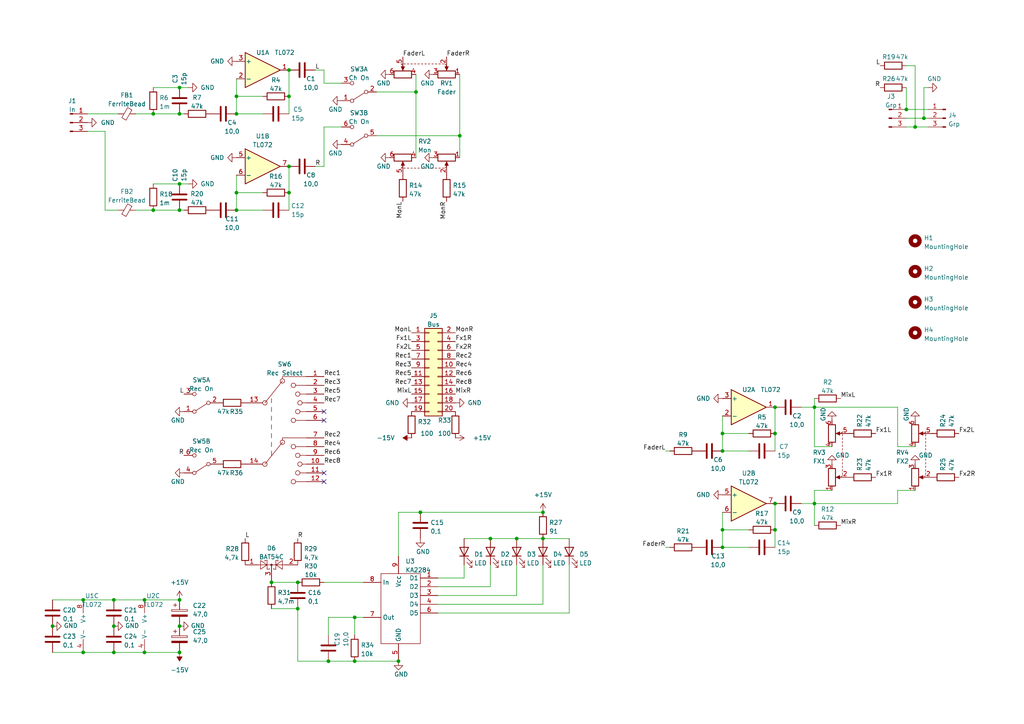
<source format=kicad_sch>
(kicad_sch (version 20211123) (generator eeschema)
  (paper "A4")
  (lib_symbols
    (symbol "Amplifier_Operational:TL072" (pin_names (offset 0.127))
      (property "Reference" "U" (at 0 5.08 0))
      (property "Value" "TL072" (at 0 -5.08 0))
      (symbol "TL072_1_1"
        (pin output line (at 7.62 0 180) (length 2.54) (name "~") (number "1"))
        (pin input line (at -7.62 -2.54 0) (length 2.54) (name "-") (number "2"))
        (pin input line (at -7.62 2.54 0) (length 2.54) (name "+") (number "3"))
      )
      (symbol "TL072_2_1"
        (pin input line (at -7.62 2.54 0) (length 2.54) (name "+") (number "5"))
        (pin input line (at -7.62 -2.54 0) (length 2.54) (name "-") (number "6"))
        (pin output line (at 7.62 0 180) (length 2.54) (name "~") (number "7"))
      )
      (symbol "TL072_3_1"
        (pin power_in line (at -2.54 -7.62 90) (length 3.81) (name "V-") (number "4"))
        (pin power_in line (at -2.54 7.62 270) (length 3.81) (name "V+") (number "8"))
      )
    )
    (symbol "Connector:Conn_01x03_Male" (pin_names (offset 1.016) hide)
      (property "Reference" "J" (at 0 5.08 0))
      (property "Value" "Conn_01x03_Male" (at 0 -5.08 0))
      (symbol "Conn_01x03_Male_1_1"
        (pin passive line (at 5.08 2.54 180) (length 3.81) (name "Pin_1") (number "1"))
        (pin passive line (at 5.08 0 180) (length 3.81) (name "Pin_2") (number "2"))
        (pin passive line (at 5.08 -2.54 180) (length 3.81) (name "Pin_3") (number "3"))
      )
    )
    (symbol "Connector_Generic:Conn_02x10_Odd_Even" (pin_names (offset 1.016) hide)
      (property "Reference" "J" (at 1.27 12.7 0))
      (property "Value" "Conn_02x10_Odd_Even" (at 1.27 -15.24 0))
      (symbol "Conn_02x10_Odd_Even_1_1"
        (pin passive line (at -5.08 10.16 0) (length 3.81) (name "Pin_1") (number "1"))
        (pin passive line (at 7.62 0 180) (length 3.81) (name "Pin_10") (number "10"))
        (pin passive line (at -5.08 -2.54 0) (length 3.81) (name "Pin_11") (number "11"))
        (pin passive line (at 7.62 -2.54 180) (length 3.81) (name "Pin_12") (number "12"))
        (pin passive line (at -5.08 -5.08 0) (length 3.81) (name "Pin_13") (number "13"))
        (pin passive line (at 7.62 -5.08 180) (length 3.81) (name "Pin_14") (number "14"))
        (pin passive line (at -5.08 -7.62 0) (length 3.81) (name "Pin_15") (number "15"))
        (pin passive line (at 7.62 -7.62 180) (length 3.81) (name "Pin_16") (number "16"))
        (pin passive line (at -5.08 -10.16 0) (length 3.81) (name "Pin_17") (number "17"))
        (pin passive line (at 7.62 -10.16 180) (length 3.81) (name "Pin_18") (number "18"))
        (pin passive line (at -5.08 -12.7 0) (length 3.81) (name "Pin_19") (number "19"))
        (pin passive line (at 7.62 10.16 180) (length 3.81) (name "Pin_2") (number "2"))
        (pin passive line (at 7.62 -12.7 180) (length 3.81) (name "Pin_20") (number "20"))
        (pin passive line (at -5.08 7.62 0) (length 3.81) (name "Pin_3") (number "3"))
        (pin passive line (at 7.62 7.62 180) (length 3.81) (name "Pin_4") (number "4"))
        (pin passive line (at -5.08 5.08 0) (length 3.81) (name "Pin_5") (number "5"))
        (pin passive line (at 7.62 5.08 180) (length 3.81) (name "Pin_6") (number "6"))
        (pin passive line (at -5.08 2.54 0) (length 3.81) (name "Pin_7") (number "7"))
        (pin passive line (at 7.62 2.54 180) (length 3.81) (name "Pin_8") (number "8"))
        (pin passive line (at -5.08 0 0) (length 3.81) (name "Pin_9") (number "9"))
      )
    )
    (symbol "Device:C" (pin_numbers hide) (pin_names (offset 0.254))
      (property "Reference" "C" (at 0.635 2.54 0))
      (property "Value" "C" (at 0.635 -2.54 0))
      (symbol "C_1_1"
        (pin passive line (at 0 3.81 270) (length 2.794) (name "~") (number "1"))
        (pin passive line (at 0 -3.81 90) (length 2.794) (name "~") (number "2"))
      )
    )
    (symbol "Device:C_Polarized" (pin_numbers hide) (pin_names (offset 0.254))
      (property "Reference" "C" (at 0.635 2.54 0))
      (property "Value" "C_Polarized" (at 0.635 -2.54 0))
      (symbol "C_Polarized_1_1"
        (pin passive line (at 0 3.81 270) (length 2.794) (name "~") (number "1"))
        (pin passive line (at 0 -3.81 90) (length 2.794) (name "~") (number "2"))
      )
    )
    (symbol "Device:FerriteBead_Small" (pin_numbers hide) (pin_names (offset 0))
      (property "Reference" "FB" (at 1.905 1.27 0))
      (property "Value" "FerriteBead_Small" (at 1.905 -1.27 0))
      (symbol "FerriteBead_Small_1_1"
        (pin passive line (at 0 2.54 270) (length 1.27) (name "~") (number "1"))
        (pin passive line (at 0 -2.54 90) (length 1.27) (name "~") (number "2"))
      )
    )
    (symbol "Device:LED" (pin_numbers hide) (pin_names (offset 1.016) hide)
      (property "Reference" "D" (at 0 2.54 0))
      (property "Value" "LED" (at 0 -2.54 0))
      (symbol "LED_1_1"
        (pin passive line (at -3.81 0 0) (length 2.54) (name "K") (number "1"))
        (pin passive line (at 3.81 0 180) (length 2.54) (name "A") (number "2"))
      )
    )
    (symbol "Device:R" (pin_numbers hide) (pin_names (offset 0))
      (property "Reference" "R" (at 2.032 0 90))
      (property "Value" "R" (at 0 0 90))
      (symbol "R_1_1"
        (pin passive line (at 0 3.81 270) (length 1.27) (name "~") (number "1"))
        (pin passive line (at 0 -3.81 90) (length 1.27) (name "~") (number "2"))
      )
    )
    (symbol "Device:R_Potentiometer_Dual" (pin_names (offset 1.016) hide)
      (property "Reference" "RV" (at 0 3.81 0))
      (property "Value" "R_Potentiometer_Dual" (at 0 1.905 0))
      (symbol "R_Potentiometer_Dual_1_1"
        (pin passive line (at -10.16 -2.54 0) (length 1.27) (name "1") (number "1"))
        (pin passive line (at -6.35 2.54 270) (length 2.54) (name "2") (number "2"))
        (pin passive line (at -2.54 -2.54 180) (length 1.27) (name "3") (number "3"))
        (pin passive line (at 2.54 -2.54 0) (length 1.27) (name "4") (number "4"))
        (pin passive line (at 6.35 2.54 270) (length 2.54) (name "5") (number "5"))
        (pin passive line (at 10.16 -2.54 180) (length 1.27) (name "6") (number "6"))
      )
    )
    (symbol "Diode:BAT54C" (pin_names (offset 1.016))
      (property "Reference" "D" (at 0.635 -3.81 0))
      (property "Value" "BAT54C" (at -6.35 3.175 0))
      (symbol "BAT54C_1_1"
        (pin passive line (at -7.62 0 0) (length 3.81) (name "~") (number "1"))
        (pin passive line (at 7.62 0 180) (length 3.81) (name "~") (number "2"))
        (pin passive line (at 0 -5.08 90) (length 5.08) (name "~") (number "3"))
      )
    )
    (symbol "Mechanical:MountingHole" (pin_names (offset 1.016))
      (property "Reference" "H" (at 0 5.08 0))
      (property "Value" "MountingHole" (at 0 3.175 0))
    )
    (symbol "Switch:SW_DPDT_x2" (pin_names (offset 0) hide)
      (property "Reference" "SW" (at 0 4.318 0))
      (property "Value" "SW_DPDT_x2" (at 0 -5.08 0))
      (symbol "SW_DPDT_x2_1_1"
        (pin passive line (at 5.08 2.54 180) (length 2.54) (name "A") (number "1"))
        (pin passive line (at -5.08 0 0) (length 2.54) (name "B") (number "2"))
        (pin passive line (at 5.08 -2.54 180) (length 2.54) (name "C") (number "3"))
      )
      (symbol "SW_DPDT_x2_2_1"
        (pin passive line (at 5.08 2.54 180) (length 2.54) (name "A") (number "4"))
        (pin passive line (at -5.08 0 0) (length 2.54) (name "B") (number "5"))
        (pin passive line (at 5.08 -2.54 180) (length 2.54) (name "C") (number "6"))
      )
    )
    (symbol "Switch:SW_Rotary2x6" (pin_names (offset 1.016) hide)
      (property "Reference" "SW" (at 0 17.78 0))
      (property "Value" "SW_Rotary2x6" (at 0 -17.78 0))
      (symbol "SW_Rotary2x6_0_1"
        (pin passive line (at 12.7 15.24 180) (length 5.08) (name "1") (number "1"))
        (pin passive line (at 12.7 -10.16 180) (length 5.08) (name "10") (number "10"))
        (pin passive line (at 12.7 -12.7 180) (length 5.08) (name "11") (number "11"))
        (pin passive line (at 12.7 -15.24 180) (length 5.08) (name "12") (number "12"))
        (pin passive line (at -10.16 7.62 0) (length 5.08) (name "13") (number "13"))
        (pin passive line (at -10.16 -10.16 0) (length 5.08) (name "14") (number "14"))
        (pin passive line (at 12.7 12.7 180) (length 5.08) (name "2") (number "2"))
        (pin passive line (at 12.7 10.16 180) (length 5.08) (name "3") (number "3"))
        (pin passive line (at 12.7 7.62 180) (length 5.08) (name "4") (number "4"))
        (pin passive line (at 12.7 5.08 180) (length 5.08) (name "5") (number "5"))
        (pin passive line (at 12.7 2.54 180) (length 5.08) (name "6") (number "6"))
        (pin passive line (at 12.7 -2.54 180) (length 5.08) (name "7") (number "7"))
        (pin passive line (at 12.7 -5.08 180) (length 5.08) (name "8") (number "8"))
        (pin passive line (at 12.7 -7.62 180) (length 5.08) (name "9") (number "9"))
      )
    )
    (symbol "power:+15V" (power) (pin_names (offset 0))
      (property "Value" "+15V" (at 0 3.556 0))
      (symbol "+15V_1_1"
        (pin power_in line (at 0 0 90) (length 0) hide (name "+15V") (number "1"))
      )
    )
    (symbol "power:-15V" (power) (pin_names (offset 0))
      (property "Value" "-15V" (at 0 3.81 0))
      (symbol "-15V_0_0"
        (pin power_in line (at 0 0 90) (length 0) hide (name "-15V") (number "1"))
      )
    )
    (symbol "power:GND" (power) (pin_names (offset 0))
      (property "Value" "GND" (at 0 -3.81 0))
      (symbol "GND_1_1"
        (pin power_in line (at 0 0 270) (length 0) hide (name "GND") (number "1"))
      )
    )
    (symbol "ussr_ic:KA2284"
      (property "Reference" "U" (at 2.54 -12.7 0))
      (property "Value" "KA2284" (at 5.08 -15.24 0))
      (symbol "KA2284_1_1"
        (pin output line (at 11.43 8.89 180) (length 5.08) (name "D1") (number "1"))
        (pin output line (at 11.43 6.35 180) (length 5.08) (name "D2") (number "2"))
        (pin output line (at 11.43 3.81 180) (length 5.08) (name "D3") (number "3"))
        (pin output line (at 11.43 1.27 180) (length 5.08) (name "D4") (number "4"))
        (pin power_in line (at 0 -15.24 90) (length 5.08) (name "GND") (number "5"))
        (pin output line (at 11.43 -1.27 180) (length 5.08) (name "D5") (number "6"))
        (pin output line (at -10.16 -2.54 0) (length 5.08) (name "Out") (number "7"))
        (pin input line (at -10.16 7.62 0) (length 5.08) (name "In") (number "8"))
        (pin power_in line (at 0 15.24 270) (length 5.08) (name "Vcc") (number "9"))
      )
    )
  )
  (junction (at 68.58 27.94))
  (junction (at 157.48 148.59))
  (junction (at 68.58 55.88))
  (junction (at 267.97 34.29))
  (junction (at 83.82 48.26))
  (junction (at 68.58 60.96))
  (junction (at 224.79 125.73))
  (junction (at 102.87 191.77))
  (junction (at 33.02 181.61))
  (junction (at 149.86 156.21))
  (junction (at 224.79 146.05))
  (junction (at 142.24 156.21))
  (junction (at 262.89 31.75))
  (junction (at 209.55 125.73))
  (junction (at 78.74 168.91))
  (junction (at 52.07 33.02))
  (junction (at 52.07 181.61))
  (junction (at 24.13 189.23))
  (junction (at 68.58 33.02))
  (junction (at 224.79 153.67))
  (junction (at 209.55 158.75))
  (junction (at 33.02 189.23))
  (junction (at 95.25 191.77))
  (junction (at 86.36 168.91))
  (junction (at 209.55 153.67))
  (junction (at 52.07 60.96))
  (junction (at 157.48 156.21))
  (junction (at 209.55 130.81))
  (junction (at 236.22 118.11))
  (junction (at 265.43 36.83))
  (junction (at 236.22 146.05))
  (junction (at 83.82 55.88))
  (junction (at 24.13 173.99))
  (junction (at 102.87 179.07))
  (junction (at 52.07 53.34))
  (junction (at 120.65 26.67))
  (junction (at 33.02 173.99))
  (junction (at 44.45 33.02))
  (junction (at 52.07 25.4))
  (junction (at 44.45 60.96))
  (junction (at 41.91 173.99))
  (junction (at 52.07 173.99))
  (junction (at 83.82 27.94))
  (junction (at 133.35 39.37))
  (junction (at 15.24 181.61))
  (junction (at 41.91 189.23))
  (junction (at 115.57 191.77))
  (junction (at 121.92 148.59))
  (junction (at 86.36 176.53))
  (junction (at 224.79 118.11))
  (junction (at 83.82 20.32))
  (junction (at 52.07 189.23))
  (no_connect (at 93.98 139.7))
  (no_connect (at 93.98 137.16))
  (no_connect (at 93.98 121.92))
  (no_connect (at 93.98 119.38))
  (wire (pts (xy 262.89 19.05) (xy 265.43 19.05)))
  (wire (pts (xy 30.48 60.96) (xy 34.29 60.96)))
  (wire (pts (xy 44.45 25.4) (xy 52.07 25.4)))
  (wire (pts (xy 224.79 146.05) (xy 224.79 153.67)))
  (wire (pts (xy 262.89 36.83) (xy 265.43 36.83)))
  (wire (pts (xy 93.98 24.13) (xy 93.98 20.32)))
  (wire (pts (xy 95.25 184.15) (xy 95.25 179.07)))
  (wire (pts (xy 76.2 27.94) (xy 68.58 27.94)))
  (wire (pts (xy 127 177.8) (xy 165.1 177.8)))
  (wire (pts (xy 217.17 130.81) (xy 209.55 130.81)))
  (wire (pts (xy 83.82 27.94) (xy 83.82 33.02)))
  (wire (pts (xy 86.36 191.77) (xy 95.25 191.77)))
  (wire (pts (xy 76.2 33.02) (xy 68.58 33.02)))
  (wire (pts (xy 76.2 55.88) (xy 68.58 55.88)))
  (wire (pts (xy 224.79 118.11) (xy 224.79 125.73)))
  (wire (pts (xy 262.89 25.4) (xy 262.89 31.75)))
  (wire (pts (xy 39.37 60.96) (xy 44.45 60.96)))
  (wire (pts (xy 52.07 25.4) (xy 54.61 25.4)))
  (wire (pts (xy 76.2 60.96) (xy 68.58 60.96)))
  (wire (pts (xy 133.35 39.37) (xy 133.35 45.72)))
  (wire (pts (xy 260.35 129.54) (xy 260.35 118.11)))
  (wire (pts (xy 86.36 176.53) (xy 86.36 191.77)))
  (wire (pts (xy 209.55 153.67) (xy 209.55 148.59)))
  (wire (pts (xy 193.04 130.81) (xy 194.31 130.81)))
  (wire (pts (xy 267.97 25.4) (xy 267.97 34.29)))
  (wire (pts (xy 109.22 39.37) (xy 133.35 39.37)))
  (wire (pts (xy 142.24 163.83) (xy 142.24 170.18)))
  (wire (pts (xy 134.62 156.21) (xy 142.24 156.21)))
  (wire (pts (xy 134.62 167.64) (xy 134.62 163.83)))
  (wire (pts (xy 102.87 179.07) (xy 105.41 179.07)))
  (wire (pts (xy 120.65 26.67) (xy 120.65 45.72)))
  (wire (pts (xy 68.58 27.94) (xy 68.58 22.86)))
  (wire (pts (xy 260.35 142.24) (xy 260.35 146.05)))
  (wire (pts (xy 91.44 20.32) (xy 93.98 20.32)))
  (wire (pts (xy 217.17 125.73) (xy 209.55 125.73)))
  (wire (pts (xy 99.06 36.83) (xy 93.98 36.83)))
  (wire (pts (xy 269.24 25.4) (xy 267.97 25.4)))
  (wire (pts (xy 25.4 33.02) (xy 34.29 33.02)))
  (wire (pts (xy 24.13 189.23) (xy 33.02 189.23)))
  (wire (pts (xy 83.82 48.26) (xy 83.82 55.88)))
  (wire (pts (xy 95.25 179.07) (xy 102.87 179.07)))
  (wire (pts (xy 52.07 60.96) (xy 53.34 60.96)))
  (wire (pts (xy 115.57 148.59) (xy 121.92 148.59)))
  (wire (pts (xy 265.43 129.54) (xy 260.35 129.54)))
  (wire (pts (xy 157.48 163.83) (xy 157.48 175.26)))
  (wire (pts (xy 83.82 55.88) (xy 83.82 60.96)))
  (wire (pts (xy 232.41 146.05) (xy 236.22 146.05)))
  (wire (pts (xy 157.48 175.26) (xy 127 175.26)))
  (wire (pts (xy 142.24 156.21) (xy 149.86 156.21)))
  (wire (pts (xy 93.98 168.91) (xy 105.41 168.91)))
  (wire (pts (xy 15.24 173.99) (xy 24.13 173.99)))
  (wire (pts (xy 262.89 31.75) (xy 269.24 31.75)))
  (wire (pts (xy 68.58 60.96) (xy 68.58 55.88)))
  (wire (pts (xy 149.86 156.21) (xy 157.48 156.21)))
  (wire (pts (xy 33.02 189.23) (xy 41.91 189.23)))
  (wire (pts (xy 102.87 184.15) (xy 102.87 179.07)))
  (wire (pts (xy 241.3 129.54) (xy 236.22 129.54)))
  (wire (pts (xy 157.48 156.21) (xy 165.1 156.21)))
  (wire (pts (xy 217.17 158.75) (xy 209.55 158.75)))
  (wire (pts (xy 236.22 129.54) (xy 236.22 118.11)))
  (wire (pts (xy 262.89 34.29) (xy 267.97 34.29)))
  (wire (pts (xy 209.55 158.75) (xy 209.55 153.67)))
  (wire (pts (xy 115.57 161.29) (xy 115.57 148.59)))
  (wire (pts (xy 133.35 21.59) (xy 133.35 39.37)))
  (wire (pts (xy 93.98 36.83) (xy 93.98 48.26)))
  (wire (pts (xy 68.58 55.88) (xy 68.58 50.8)))
  (wire (pts (xy 236.22 142.24) (xy 236.22 146.05)))
  (wire (pts (xy 102.87 191.77) (xy 115.57 191.77)))
  (wire (pts (xy 236.22 152.4) (xy 236.22 146.05)))
  (wire (pts (xy 121.92 148.59) (xy 157.48 148.59)))
  (wire (pts (xy 99.06 24.13) (xy 93.98 24.13)))
  (wire (pts (xy 25.4 38.1) (xy 30.48 38.1)))
  (wire (pts (xy 236.22 118.11) (xy 260.35 118.11)))
  (wire (pts (xy 44.45 53.34) (xy 52.07 53.34)))
  (wire (pts (xy 165.1 177.8) (xy 165.1 163.83)))
  (wire (pts (xy 217.17 153.67) (xy 209.55 153.67)))
  (wire (pts (xy 193.04 158.75) (xy 194.31 158.75)))
  (wire (pts (xy 127 167.64) (xy 134.62 167.64)))
  (wire (pts (xy 120.65 21.59) (xy 120.65 26.67)))
  (wire (pts (xy 83.82 20.32) (xy 83.82 27.94)))
  (wire (pts (xy 52.07 53.34) (xy 54.61 53.34)))
  (wire (pts (xy 41.91 173.99) (xy 52.07 173.99)))
  (wire (pts (xy 68.58 33.02) (xy 68.58 27.94)))
  (wire (pts (xy 224.79 153.67) (xy 224.79 158.75)))
  (wire (pts (xy 39.37 33.02) (xy 44.45 33.02)))
  (wire (pts (xy 95.25 191.77) (xy 102.87 191.77)))
  (wire (pts (xy 44.45 60.96) (xy 52.07 60.96)))
  (wire (pts (xy 265.43 36.83) (xy 269.24 36.83)))
  (wire (pts (xy 109.22 26.67) (xy 120.65 26.67)))
  (wire (pts (xy 236.22 115.57) (xy 236.22 118.11)))
  (wire (pts (xy 44.45 33.02) (xy 52.07 33.02)))
  (wire (pts (xy 241.3 142.24) (xy 236.22 142.24)))
  (wire (pts (xy 30.48 38.1) (xy 30.48 60.96)))
  (wire (pts (xy 209.55 125.73) (xy 209.55 120.65)))
  (wire (pts (xy 142.24 170.18) (xy 127 170.18)))
  (wire (pts (xy 91.44 48.26) (xy 93.98 48.26)))
  (wire (pts (xy 24.13 173.99) (xy 33.02 173.99)))
  (wire (pts (xy 265.43 19.05) (xy 265.43 36.83)))
  (wire (pts (xy 232.41 118.11) (xy 236.22 118.11)))
  (wire (pts (xy 41.91 189.23) (xy 52.07 189.23)))
  (wire (pts (xy 78.74 176.53) (xy 86.36 176.53)))
  (wire (pts (xy 209.55 130.81) (xy 209.55 125.73)))
  (wire (pts (xy 265.43 142.24) (xy 260.35 142.24)))
  (wire (pts (xy 127 172.72) (xy 149.86 172.72)))
  (wire (pts (xy 236.22 146.05) (xy 260.35 146.05)))
  (wire (pts (xy 224.79 125.73) (xy 224.79 130.81)))
  (wire (pts (xy 149.86 172.72) (xy 149.86 163.83)))
  (wire (pts (xy 267.97 34.29) (xy 269.24 34.29)))
  (wire (pts (xy 78.74 168.91) (xy 86.36 168.91)))
  (wire (pts (xy 52.07 33.02) (xy 53.34 33.02)))
  (wire (pts (xy 15.24 189.23) (xy 24.13 189.23)))
  (wire (pts (xy 33.02 173.99) (xy 41.91 173.99)))
  (label "Fx1L" (at 254 125.73 0))
  (label "Rec7" (at 119.38 111.76 180))
  (label "Rec5" (at 119.38 109.22 180))
  (label "Fx2R" (at 132.08 101.6 0))
  (label "L" (at 71.12 156.21 0))
  (label "Rec1" (at 93.98 109.22 0))
  (label "Rec8" (at 93.98 134.62 0))
  (label "MixR" (at 132.08 114.3 0))
  (label "FaderL" (at 116.84 16.51 0))
  (label "R" (at 86.36 156.21 0))
  (label "MixR" (at 243.84 152.4 0))
  (label "Rec6" (at 132.08 109.22 0))
  (label "L" (at 91.44 20.32 0))
  (label "Rec5" (at 93.98 114.3 0))
  (label "Rec1" (at 119.38 104.14 180))
  (label "Rec6" (at 93.98 132.08 0))
  (label "MonL" (at 116.84 58.42 270))
  (label "MonR" (at 132.08 96.52 0))
  (label "R" (at 91.44 48.26 0))
  (label "MixL" (at 119.38 114.3 180))
  (label "L" (at 53.34 114.3 180))
  (label "Fx2L" (at 119.38 101.6 180))
  (label "FaderR" (at 129.54 16.51 0))
  (label "Fx2L" (at 278.13 125.73 0))
  (label "Rec7" (at 93.98 116.84 0))
  (label "Rec3" (at 119.38 106.68 180))
  (label "Rec8" (at 132.08 111.76 0))
  (label "L" (at 255.27 19.05 180))
  (label "R" (at 53.34 132.08 180))
  (label "Fx2R" (at 278.13 138.43 0))
  (label "Rec2" (at 93.98 127 0))
  (label "FaderR" (at 193.04 158.75 180))
  (label "Fx1L" (at 119.38 99.06 180))
  (label "MonR" (at 129.54 58.42 270))
  (label "Rec2" (at 132.08 104.14 0))
  (label "Rec3" (at 93.98 111.76 0))
  (label "Rec4" (at 132.08 106.68 0))
  (label "Fx1R" (at 132.08 99.06 0))
  (label "Fx1R" (at 254 138.43 0))
  (label "FaderL" (at 193.04 130.81 180))
  (label "R" (at 255.27 25.4 180))
  (label "MixL" (at 243.84 115.57 0))
  (label "Rec4" (at 93.98 129.54 0))
  (label "MonL" (at 119.38 96.52 180))
  (symbol (lib_id "Device:C") (at 64.77 33.02 90) (unit 1)
    (property "Reference" "C4" (at 67.31 35.56 90))
    (property "Value" "10,0" (at 67.31 38.1 90))
    (property "Footprint" "Capacitor_SMD:C_0805_2012Metric_Pad1.18x1.45mm_HandSolder" (effects hide))
  )
  (symbol (lib_id "power:GND") (at 241.3 121.92 180) (unit 1)
    (property "Reference" "#PWR0126" (effects hide))
    (property "Value" "GND" (at 238.76 118.11 90) (effects (justify left)))
  )
  (symbol (lib_id "Device:C") (at 64.77 60.96 90) (unit 1)
    (property "Reference" "C11" (at 67.31 63.5 90))
    (property "Value" "10,0" (at 67.31 66.04 90))
    (property "Footprint" "Capacitor_SMD:C_0805_2012Metric_Pad1.18x1.45mm_HandSolder" (effects hide))
  )
  (symbol (lib_id "power:GND") (at 99.06 29.21 270) (unit 1)
    (property "Reference" "#PWR08" (effects hide))
    (property "Value" "GND" (at 95.25 31.75 90) (effects (justify left)))
  )
  (symbol (lib_id "Device:C") (at 15.24 177.8 180) (unit 1)
    (property "Reference" "C20" (at 18.161 176.9653 0) (effects (justify right)))
    (property "Value" "0,1" (at 18.161 179.5022 0) (effects (justify right)))
    (property "Footprint" "Capacitor_SMD:C_1206_3216Metric_Pad1.33x1.80mm_HandSolder" (effects hide))
  )
  (symbol (lib_id "power:GND") (at 265.43 121.92 180) (unit 1)
    (property "Reference" "#PWR02" (effects hide))
    (property "Value" "GND" (at 262.89 118.11 90) (effects (justify left)))
  )
  (symbol (lib_id "power:GND") (at 113.03 45.72 270) (unit 1)
    (property "Reference" "#PWR0111" (effects hide))
    (property "Value" "GND" (at 109.22 48.26 90) (effects (justify left)))
  )
  (symbol (lib_id "Device:C") (at 228.6 146.05 90) (unit 1)
    (property "Reference" "C9" (at 231.14 148.59 90))
    (property "Value" "10,0" (at 231.14 151.13 90))
    (property "Footprint" "Capacitor_SMD:C_1206_3216Metric_Pad1.33x1.80mm_HandSolder" (effects hide))
  )
  (symbol (lib_id "power:GND") (at 25.4 35.56 90) (unit 1)
    (property "Reference" "#PWR0113" (effects hide))
    (property "Value" "GND" (at 29.21 35.56 90) (effects (justify right)))
  )
  (symbol (lib_id "Device:R") (at 57.15 60.96 90) (unit 1)
    (property "Reference" "R20" (at 57.15 56.2442 90))
    (property "Value" "47k" (at 57.15 58.7811 90))
    (property "Footprint" "Resistor_SMD:R_1206_3216Metric_Pad1.30x1.75mm_HandSolder" (effects hide))
  )
  (symbol (lib_id "Device:R") (at 44.45 29.21 180) (unit 1)
    (property "Reference" "R6" (at 46.228 28.3753 0) (effects (justify right)))
    (property "Value" "1m" (at 46.228 30.9122 0) (effects (justify right)))
    (property "Footprint" "Resistor_SMD:R_1206_3216Metric_Pad1.30x1.75mm_HandSolder" (effects hide))
  )
  (symbol (lib_id "Device:R") (at 80.01 27.94 90) (unit 1)
    (property "Reference" "R4" (at 80.01 23.2242 90))
    (property "Value" "47k" (at 80.01 25.7611 90))
    (property "Footprint" "Resistor_SMD:R_1206_3216Metric_Pad1.30x1.75mm_HandSolder" (effects hide))
  )
  (symbol (lib_id "Amplifier_Operational:TL072") (at 217.17 146.05 0) (unit 2)
    (property "Reference" "U2" (at 217.17 137.2702 0))
    (property "Value" "TL072" (at 217.17 139.8071 0))
    (property "Footprint" "Package_SO:SOIC-8_3.9x4.9mm_P1.27mm" (effects hide))
    (property "Datasheet" "http://www.ti.com/lit/ds/symlink/tl071.pdf" (effects hide))
  )
  (symbol (lib_id "Device:R_Potentiometer_Dual") (at 267.97 132.08 270) (mirror x) (unit 1)
    (property "Reference" "RV4" (at 263.6521 131.2453 90) (effects (justify right)))
    (property "Value" "FX2" (at 263.6521 133.7822 90) (effects (justify right)))
    (property "Footprint" "dz_lib:RK12 Duplex" (effects hide))
  )
  (symbol (lib_id "Mechanical:MountingHole") (at 265.43 87.63 0) (unit 1)
    (property "Reference" "H3" (at 267.97 86.7953 0) (effects (justify left)))
    (property "Value" "MountingHole" (at 267.97 89.3322 0) (effects (justify left)))
    (property "Footprint" "MountingHole:MountingHole_3.2mm_M3" (effects hide))
  )
  (symbol (lib_id "Device:R") (at 80.01 55.88 90) (unit 1)
    (property "Reference" "R16" (at 80.01 51.1642 90))
    (property "Value" "47k" (at 80.01 53.7011 90))
    (property "Footprint" "Resistor_SMD:R_1206_3216Metric_Pad1.30x1.75mm_HandSolder" (effects hide))
  )
  (symbol (lib_id "Device:R") (at 250.19 138.43 270) (unit 1)
    (property "Reference" "R23" (at 249.3553 136.652 0) (effects (justify right)))
    (property "Value" "47k" (at 251.8922 136.652 0) (effects (justify right)))
    (property "Footprint" "Resistor_SMD:R_1206_3216Metric_Pad1.30x1.75mm_HandSolder" (effects hide))
  )
  (symbol (lib_id "Device:R_Potentiometer_Dual") (at 123.19 48.26 180) (unit 1)
    (property "Reference" "RV2" (at 123.19 41.0042 0))
    (property "Value" "Mon" (at 123.19 43.5411 0))
    (property "Footprint" "dz_lib:RK12 Duplex" (effects hide))
  )
  (symbol (lib_id "power:GND") (at 54.61 53.34 90) (unit 1)
    (property "Reference" "#PWR0117" (effects hide))
    (property "Value" "GND" (at 62.23 53.34 90) (effects (justify left)))
  )
  (symbol (lib_id "power:GND") (at 52.07 181.61 90) (unit 1)
    (property "Reference" "#PWR0105" (effects hide))
    (property "Value" "GND" (at 55.3212 181.483 90) (effects (justify right)))
  )
  (symbol (lib_id "Device:R") (at 67.31 116.84 90) (unit 1)
    (property "Reference" "R35" (at 68.58 119.38 90))
    (property "Value" "47k" (at 64.77 119.38 90))
    (property "Footprint" "Resistor_SMD:R_1206_3216Metric_Pad1.30x1.75mm_HandSolder" (effects hide))
  )
  (symbol (lib_id "Device:C") (at 80.01 33.02 90) (unit 1)
    (property "Reference" "C5" (at 86.36 31.75 90))
    (property "Value" "15p" (at 86.36 34.29 90))
    (property "Footprint" "Capacitor_SMD:C_0805_2012Metric_Pad1.18x1.45mm_HandSolder" (effects hide))
  )
  (symbol (lib_id "power:GND") (at 53.34 119.38 270) (unit 1)
    (property "Reference" "#PWR01" (effects hide))
    (property "Value" "GND" (at 49.53 121.92 90) (effects (justify left)))
  )
  (symbol (lib_id "power:GND") (at 125.73 45.72 270) (unit 1)
    (property "Reference" "#PWR0112" (effects hide))
    (property "Value" "GND" (at 121.92 48.26 90) (effects (justify left)))
  )
  (symbol (lib_id "Device:R_Potentiometer_Dual") (at 123.19 19.05 0) (mirror y) (unit 1)
    (property "Reference" "RV1" (at 129.54 24.13 0))
    (property "Value" "Fader" (at 129.54 26.67 0))
    (property "Footprint" "dz_lib:Slider Pot 60mm" (effects hide))
  )
  (symbol (lib_id "ussr_ic:KA2284") (at 115.57 176.53 0) (unit 1)
    (property "Reference" "U3" (at 117.5894 162.7972 0) (effects (justify left)))
    (property "Value" "KA2284" (at 117.5894 165.3341 0) (effects (justify left)))
    (property "Footprint" "Package_SIP:SIP-9_22.3x3mm_P2.54mm" (effects hide))
  )
  (symbol (lib_id "power:GND") (at 209.55 143.51 270) (unit 1)
    (property "Reference" "#PWR0123" (effects hide))
    (property "Value" "GND" (at 201.93 143.51 90) (effects (justify left)))
  )
  (symbol (lib_id "Device:R") (at 90.17 168.91 270) (unit 1)
    (property "Reference" "R30" (at 90.17 164.1942 90))
    (property "Value" "10k" (at 90.17 166.7311 90))
    (property "Footprint" "Resistor_SMD:R_1206_3216Metric_Pad1.30x1.75mm_HandSolder" (effects hide))
  )
  (symbol (lib_id "power:GND") (at 68.58 45.72 270) (unit 1)
    (property "Reference" "#PWR0101" (effects hide))
    (property "Value" "GND" (at 60.96 45.72 90) (effects (justify left)))
  )
  (symbol (lib_id "Device:R") (at 259.08 19.05 270) (unit 1)
    (property "Reference" "R19" (at 257.81 16.51 90))
    (property "Value" "47k" (at 261.62 16.51 90))
    (property "Footprint" "Resistor_SMD:R_1206_3216Metric_Pad1.30x1.75mm_HandSolder" (effects hide))
  )
  (symbol (lib_id "Device:R") (at 198.12 158.75 90) (unit 1)
    (property "Reference" "R21" (at 198.12 154.0342 90))
    (property "Value" "47k" (at 198.12 156.5711 90))
    (property "Footprint" "Resistor_SMD:R_1206_3216Metric_Pad1.30x1.75mm_HandSolder" (effects hide))
  )
  (symbol (lib_id "Device:R") (at 67.31 134.62 90) (unit 1)
    (property "Reference" "R36" (at 68.58 137.16 90))
    (property "Value" "47k" (at 64.77 137.16 90))
    (property "Footprint" "Resistor_SMD:R_1206_3216Metric_Pad1.30x1.75mm_HandSolder" (effects hide))
  )
  (symbol (lib_id "Device:R") (at 78.74 172.72 180) (unit 1)
    (property "Reference" "R31" (at 80.518 171.8853 0) (effects (justify right)))
    (property "Value" "4,7m" (at 80.518 174.4222 0) (effects (justify right)))
    (property "Footprint" "Resistor_SMD:R_1206_3216Metric_Pad1.30x1.75mm_HandSolder" (effects hide))
  )
  (symbol (lib_id "Device:R") (at 44.45 57.15 180) (unit 1)
    (property "Reference" "R18" (at 46.228 56.3153 0) (effects (justify right)))
    (property "Value" "1m" (at 46.228 58.8522 0) (effects (justify right)))
    (property "Footprint" "Resistor_SMD:R_1206_3216Metric_Pad1.30x1.75mm_HandSolder" (effects hide))
  )
  (symbol (lib_id "Switch:SW_DPDT_x2") (at 58.42 116.84 180) (unit 1)
    (property "Reference" "SW5" (at 58.42 110.2192 0))
    (property "Value" "Rec On" (at 58.42 112.7561 0))
    (property "Footprint" "dz_lib:Switch 2P2T 5.5x4.5mm Latched" (effects hide))
  )
  (symbol (lib_id "power:GND") (at 125.73 21.59 270) (unit 1)
    (property "Reference" "#PWR0110" (effects hide))
    (property "Value" "GND" (at 121.92 24.13 90) (effects (justify left)))
  )
  (symbol (lib_id "power:GND") (at 132.08 116.84 90) (unit 1)
    (property "Reference" "#PWR?" (effects hide))
    (property "Value" "GND" (at 139.7 116.84 90) (effects (justify left)))
  )
  (symbol (lib_id "Device:R") (at 274.32 125.73 270) (unit 1)
    (property "Reference" "R24" (at 273.4853 123.952 0) (effects (justify right)))
    (property "Value" "47k" (at 276.0222 123.952 0) (effects (justify right)))
    (property "Footprint" "Resistor_SMD:R_1206_3216Metric_Pad1.30x1.75mm_HandSolder" (effects hide))
  )
  (symbol (lib_id "Device:C") (at 80.01 60.96 90) (unit 1)
    (property "Reference" "C12" (at 86.36 59.69 90))
    (property "Value" "15p" (at 86.36 62.23 90))
    (property "Footprint" "Capacitor_SMD:C_0805_2012Metric_Pad1.18x1.45mm_HandSolder" (effects hide))
  )
  (symbol (lib_id "Amplifier_Operational:TL072") (at 76.2 20.32 0) (unit 1)
    (property "Reference" "U1" (at 76.2 15.24 0))
    (property "Value" "TL072" (at 82.55 15.24 0))
    (property "Footprint" "Package_SO:SOIC-8_3.9x4.9mm_P1.27mm" (effects hide))
    (property "Datasheet" "http://www.ti.com/lit/ds/symlink/tl071.pdf" (effects hide))
  )
  (symbol (lib_id "Device:LED") (at 165.1 160.02 90) (unit 1)
    (property "Reference" "D5" (at 168.021 160.7728 90) (effects (justify right)))
    (property "Value" "LED" (at 168.021 163.3097 90) (effects (justify right)))
    (property "Footprint" "LED_THT:LED_Rectangular_W5.0mm_H2.0mm" (effects hide))
  )
  (symbol (lib_id "Device:C") (at 220.98 158.75 90) (unit 1)
    (property "Reference" "C14" (at 227.33 157.48 90))
    (property "Value" "15p" (at 227.33 160.02 90))
    (property "Footprint" "Capacitor_SMD:C_0805_2012Metric_Pad1.18x1.45mm_HandSolder" (effects hide))
  )
  (symbol (lib_id "Amplifier_Operational:TL072") (at 217.17 118.11 0) (unit 1)
    (property "Reference" "U2" (at 217.17 113.03 0))
    (property "Value" "TL072" (at 223.52 113.03 0))
    (property "Footprint" "Package_SO:SOIC-8_3.9x4.9mm_P1.27mm" (effects hide))
    (property "Datasheet" "http://www.ti.com/lit/ds/symlink/tl071.pdf" (effects hide))
  )
  (symbol (lib_id "Device:C") (at 87.63 48.26 90) (unit 1)
    (property "Reference" "C8" (at 90.17 50.8 90))
    (property "Value" "10,0" (at 90.17 53.34 90))
    (property "Footprint" "Capacitor_SMD:C_1206_3216Metric_Pad1.33x1.80mm_HandSolder" (effects hide))
  )
  (symbol (lib_id "power:GND") (at 265.43 134.62 180) (unit 1)
    (property "Reference" "#PWR03" (effects hide))
    (property "Value" "GND" (at 270.51 132.08 0) (effects (justify left)))
  )
  (symbol (lib_id "Device:LED") (at 157.48 160.02 90) (unit 1)
    (property "Reference" "D4" (at 160.401 160.7728 90) (effects (justify right)))
    (property "Value" "LED" (at 160.401 163.3097 90) (effects (justify right)))
    (property "Footprint" "LED_THT:LED_Rectangular_W5.0mm_H2.0mm" (effects hide))
  )
  (symbol (lib_id "power:-15V") (at 119.38 127 90) (unit 1)
    (property "Reference" "#PWR0130" (effects hide))
    (property "Value" "-15V" (at 109.22 127 90) (effects (justify right)))
  )
  (symbol (lib_id "Device:C") (at 95.25 187.96 180) (unit 1)
    (property "Reference" "C19" (at 97.79 185.42 90))
    (property "Value" "10,0" (at 100.33 185.42 90))
    (property "Footprint" "Capacitor_SMD:C_0805_2012Metric_Pad1.18x1.45mm_HandSolder" (effects hide))
  )
  (symbol (lib_id "Switch:SW_DPDT_x2") (at 104.14 39.37 180) (unit 2)
    (property "Reference" "SW3" (at 104.14 32.7492 0))
    (property "Value" "Ch On" (at 104.14 35.2861 0))
    (property "Footprint" "dz_lib:Switch 2P2T 5.5x4.5mm Latched" (effects hide))
  )
  (symbol (lib_id "Device:LED") (at 134.62 160.02 90) (unit 1)
    (property "Reference" "D1" (at 137.541 160.7728 90) (effects (justify right)))
    (property "Value" "LED" (at 137.541 163.3097 90) (effects (justify right)))
    (property "Footprint" "LED_THT:LED_Rectangular_W5.0mm_H2.0mm" (effects hide))
  )
  (symbol (lib_id "Amplifier_Operational:TL072") (at 76.2 48.26 0) (unit 2)
    (property "Reference" "U1" (at 76.2 39.4802 0))
    (property "Value" "TL072" (at 76.2 42.0171 0))
    (property "Footprint" "Package_SO:SOIC-8_3.9x4.9mm_P1.27mm" (effects hide))
    (property "Datasheet" "http://www.ti.com/lit/ds/symlink/tl071.pdf" (effects hide))
  )
  (symbol (lib_id "power:+15V") (at 52.07 173.99 0) (unit 1)
    (property "Reference" "#PWR0108" (effects hide))
    (property "Value" "+15V" (at 52.07 168.91 0))
  )
  (symbol (lib_id "Switch:SW_DPDT_x2") (at 104.14 26.67 180) (unit 1)
    (property "Reference" "SW3" (at 104.14 20.0492 0))
    (property "Value" "Ch On" (at 104.14 22.5861 0))
    (property "Footprint" "dz_lib:Switch 2P2T 5.5x4.5mm Latched" (effects hide))
  )
  (symbol (lib_id "Device:R") (at 220.98 153.67 90) (unit 1)
    (property "Reference" "R17" (at 220.98 148.9542 90))
    (property "Value" "47k" (at 220.98 151.4911 90))
    (property "Footprint" "Resistor_SMD:R_1206_3216Metric_Pad1.30x1.75mm_HandSolder" (effects hide))
  )
  (symbol (lib_id "power:+15V") (at 157.48 148.59 0) (unit 1)
    (property "Reference" "#PWR0118" (effects hide))
    (property "Value" "+15V" (at 157.48 143.51 0))
  )
  (symbol (lib_id "Device:C") (at 220.98 130.81 90) (unit 1)
    (property "Reference" "C7" (at 227.33 129.54 90))
    (property "Value" "15p" (at 227.33 132.08 90))
    (property "Footprint" "Capacitor_SMD:C_0805_2012Metric_Pad1.18x1.45mm_HandSolder" (effects hide))
  )
  (symbol (lib_id "power:GND") (at 241.3 134.62 180) (unit 1)
    (property "Reference" "#PWR0127" (effects hide))
    (property "Value" "GND" (at 246.38 132.08 0) (effects (justify left)))
  )
  (symbol (lib_id "power:GND") (at 53.34 137.16 270) (unit 1)
    (property "Reference" "#PWR04" (effects hide))
    (property "Value" "GND" (at 49.53 139.7 90) (effects (justify left)))
  )
  (symbol (lib_id "Device:C") (at 33.02 185.42 180) (unit 1)
    (property "Reference" "C24" (at 35.941 184.5853 0) (effects (justify right)))
    (property "Value" "0,1" (at 35.941 187.1222 0) (effects (justify right)))
    (property "Footprint" "Capacitor_SMD:C_1206_3216Metric_Pad1.33x1.80mm_HandSolder" (effects hide))
  )
  (symbol (lib_id "power:GND") (at 269.24 25.4 90) (unit 1)
    (property "Reference" "#PWR0121" (effects hide))
    (property "Value" "GND" (at 273.05 22.86 90) (effects (justify left)))
  )
  (symbol (lib_id "power:GND") (at 121.92 156.21 0) (unit 1)
    (property "Reference" "#PWR0119" (effects hide))
    (property "Value" "GND" (at 120.65 160.02 0) (effects (justify left)))
  )
  (symbol (lib_id "Switch:SW_Rotary2x6") (at 81.28 124.46 0) (unit 1)
    (property "Reference" "SW6" (at 82.55 105.6472 0))
    (property "Value" "Rec Select" (at 82.55 108.1841 0))
    (property "Footprint" "dz_lib:SR16 Rotary Switch" (effects hide))
    (property "Datasheet" "http://cdn-reichelt.de/documents/datenblatt/C200/DS-Serie%23LOR.pdf" (effects hide))
  )
  (symbol (lib_id "Device:R") (at 250.19 125.73 270) (unit 1)
    (property "Reference" "R22" (at 249.3553 123.952 0) (effects (justify right)))
    (property "Value" "47k" (at 251.8922 123.952 0) (effects (justify right)))
    (property "Footprint" "Resistor_SMD:R_1206_3216Metric_Pad1.30x1.75mm_HandSolder" (effects hide))
  )
  (symbol (lib_id "Device:R") (at 157.48 152.4 180) (unit 1)
    (property "Reference" "R27" (at 159.258 151.5653 0) (effects (justify right)))
    (property "Value" "91" (at 159.258 154.1022 0) (effects (justify right)))
    (property "Footprint" "Resistor_SMD:R_1206_3216Metric_Pad1.30x1.75mm_HandSolder" (effects hide))
  )
  (symbol (lib_id "power:GND") (at 68.58 17.78 270) (unit 1)
    (property "Reference" "#PWR0102" (effects hide))
    (property "Value" "GND" (at 60.96 17.78 90) (effects (justify left)))
  )
  (symbol (lib_id "Device:R") (at 102.87 187.96 180) (unit 1)
    (property "Reference" "R34" (at 104.648 187.1253 0) (effects (justify right)))
    (property "Value" "10k" (at 104.648 189.6622 0) (effects (justify right)))
    (property "Footprint" "Resistor_SMD:R_1206_3216Metric_Pad1.30x1.75mm_HandSolder" (effects hide))
  )
  (symbol (lib_id "power:GND") (at 99.06 41.91 270) (unit 1)
    (property "Reference" "#PWR09" (effects hide))
    (property "Value" "GND" (at 95.25 44.45 90) (effects (justify left)))
  )
  (symbol (lib_id "Device:R") (at 220.98 125.73 90) (unit 1)
    (property "Reference" "R5" (at 220.98 121.0142 90))
    (property "Value" "47k" (at 220.98 123.5511 90))
    (property "Footprint" "Resistor_SMD:R_1206_3216Metric_Pad1.30x1.75mm_HandSolder" (effects hide))
  )
  (symbol (lib_id "Device:FerriteBead_Small") (at 36.83 33.02 90) (unit 1)
    (property "Reference" "FB1" (at 36.7919 27.6184 90))
    (property "Value" "FerriteBead" (at 36.7919 30.1553 90))
    (property "Footprint" "Inductor_THT:L_Axial_L5.3mm_D2.2mm_P2.54mm_Vertical_Vishay_IM-1" (effects hide))
  )
  (symbol (lib_id "power:+15V") (at 132.08 127 270) (unit 1)
    (property "Reference" "#PWR0128" (effects hide))
    (property "Value" "+15V" (at 137.16 127 90) (effects (justify left)))
  )
  (symbol (lib_id "Device:C") (at 15.24 185.42 180) (unit 1)
    (property "Reference" "C23" (at 18.161 184.5853 0) (effects (justify right)))
    (property "Value" "0,1" (at 18.161 187.1222 0) (effects (justify right)))
    (property "Footprint" "Capacitor_SMD:C_1206_3216Metric_Pad1.33x1.80mm_HandSolder" (effects hide))
  )
  (symbol (lib_id "Device:R") (at 116.84 54.61 180) (unit 1)
    (property "Reference" "R14" (at 118.618 53.7753 0) (effects (justify right)))
    (property "Value" "47k" (at 118.618 56.3122 0) (effects (justify right)))
    (property "Footprint" "Resistor_SMD:R_1206_3216Metric_Pad1.30x1.75mm_HandSolder" (effects hide))
  )
  (symbol (lib_id "Device:LED") (at 142.24 160.02 90) (unit 1)
    (property "Reference" "D2" (at 145.161 160.7728 90) (effects (justify right)))
    (property "Value" "LED" (at 145.161 163.3097 90) (effects (justify right)))
    (property "Footprint" "LED_THT:LED_Rectangular_W5.0mm_H2.0mm" (effects hide))
  )
  (symbol (lib_id "Device:R") (at 132.08 123.19 180) (unit 1)
    (property "Reference" "R33" (at 127 121.92 0) (effects (justify right)))
    (property "Value" "100" (at 127 125.73 0) (effects (justify right)))
    (property "Footprint" "Resistor_SMD:R_1206_3216Metric_Pad1.30x1.75mm_HandSolder" (effects hide))
  )
  (symbol (lib_id "Connector:Conn_01x03_Male") (at 257.81 34.29 0) (unit 1)
    (property "Reference" "J3" (at 258.445 27.974 0))
    (property "Value" "Grp" (at 258.445 30.5109 0))
    (property "Footprint" "Connector_PinHeader_2.54mm:PinHeader_1x03_P2.54mm_Vertical" (effects hide))
  )
  (symbol (lib_id "Device:C") (at 87.63 20.32 90) (unit 1)
    (property "Reference" "C1" (at 90.17 22.86 90))
    (property "Value" "10,0" (at 90.17 25.4 90))
    (property "Footprint" "Capacitor_SMD:C_1206_3216Metric_Pad1.33x1.80mm_HandSolder" (effects hide))
  )
  (symbol (lib_id "power:GND") (at 33.02 181.61 90) (unit 1)
    (property "Reference" "#PWR0104" (effects hide))
    (property "Value" "GND" (at 36.2712 181.483 90) (effects (justify right)))
  )
  (symbol (lib_id "Mechanical:MountingHole") (at 265.43 69.85 0) (unit 1)
    (property "Reference" "H1" (at 267.97 69.0153 0) (effects (justify left)))
    (property "Value" "MountingHole" (at 267.97 71.5522 0) (effects (justify left)))
    (property "Footprint" "MountingHole:MountingHole_3.2mm_M3" (effects hide))
  )
  (symbol (lib_id "Connector_Generic:Conn_02x10_Odd_Even") (at 124.46 106.68 0) (unit 1)
    (property "Reference" "J5" (at 125.73 91.5502 0))
    (property "Value" "Bus" (at 125.73 94.0871 0))
    (property "Footprint" "Connector_PinHeader_2.54mm:PinHeader_2x10_P2.54mm_Vertical" (effects hide))
  )
  (symbol (lib_id "Device:C") (at 121.92 152.4 180) (unit 1)
    (property "Reference" "C15" (at 124.841 151.5653 0) (effects (justify right)))
    (property "Value" "0,1" (at 124.841 154.1022 0) (effects (justify right)))
    (property "Footprint" "Capacitor_SMD:C_1206_3216Metric_Pad1.33x1.80mm_HandSolder" (effects hide))
  )
  (symbol (lib_id "Device:R") (at 240.03 152.4 270) (unit 1)
    (property "Reference" "R12" (at 240.03 147.6842 90))
    (property "Value" "47k" (at 240.03 150.2211 90))
    (property "Footprint" "Resistor_SMD:R_1206_3216Metric_Pad1.30x1.75mm_HandSolder" (effects hide))
  )
  (symbol (lib_id "Device:R_Potentiometer_Dual") (at 243.84 132.08 270) (mirror x) (unit 1)
    (property "Reference" "RV3" (at 239.5221 131.2453 90) (effects (justify right)))
    (property "Value" "FX1" (at 239.5221 133.7822 90) (effects (justify right)))
    (property "Footprint" "dz_lib:RK12 Duplex" (effects hide))
  )
  (symbol (lib_id "Device:C") (at 52.07 57.15 180) (unit 1)
    (property "Reference" "C10" (at 50.8 50.8 90))
    (property "Value" "15p" (at 53.34 50.8 90))
    (property "Footprint" "Capacitor_SMD:C_0805_2012Metric_Pad1.18x1.45mm_HandSolder" (effects hide))
  )
  (symbol (lib_id "Device:C") (at 228.6 118.11 90) (unit 1)
    (property "Reference" "C2" (at 231.14 120.65 90))
    (property "Value" "10,0" (at 231.14 123.19 90))
    (property "Footprint" "Capacitor_SMD:C_1206_3216Metric_Pad1.33x1.80mm_HandSolder" (effects hide))
  )
  (symbol (lib_id "Device:R") (at 57.15 33.02 90) (unit 1)
    (property "Reference" "R7" (at 57.15 28.3042 90))
    (property "Value" "47k" (at 57.15 30.8411 90))
    (property "Footprint" "Resistor_SMD:R_1206_3216Metric_Pad1.30x1.75mm_HandSolder" (effects hide))
  )
  (symbol (lib_id "Mechanical:MountingHole") (at 265.43 96.52 0) (unit 1)
    (property "Reference" "H4" (at 267.97 95.6853 0) (effects (justify left)))
    (property "Value" "MountingHole" (at 267.97 98.2222 0) (effects (justify left)))
    (property "Footprint" "MountingHole:MountingHole_3.2mm_M3" (effects hide))
  )
  (symbol (lib_id "power:GND") (at 115.57 191.77 0) (unit 1)
    (property "Reference" "#PWR0120" (effects hide))
    (property "Value" "GND" (at 114.3 195.58 0) (effects (justify left)))
  )
  (symbol (lib_id "Connector:Conn_01x03_Male") (at 20.32 35.56 0) (unit 1)
    (property "Reference" "J1" (at 20.955 29.244 0))
    (property "Value" "In" (at 20.955 31.7809 0))
    (property "Footprint" "Connector_JST:JST_XH_B3B-XH-AM_1x03_P2.50mm_Vertical" (effects hide))
  )
  (symbol (lib_id "power:GND") (at 113.03 21.59 270) (unit 1)
    (property "Reference" "#PWR0109" (effects hide))
    (property "Value" "GND" (at 109.22 24.13 90) (effects (justify left)))
  )
  (symbol (lib_id "Device:C_Polarized") (at 52.07 185.42 0) (unit 1)
    (property "Reference" "C25" (at 55.88 183.2609 0) (effects (justify left)))
    (property "Value" "47,0" (at 55.88 185.8009 0) (effects (justify left)))
    (property "Footprint" "Capacitor_SMD:C_0805_2012Metric_Pad1.18x1.45mm_HandSolder" (effects hide))
  )
  (symbol (lib_id "power:GND") (at 15.24 181.61 90) (unit 1)
    (property "Reference" "#PWR0107" (effects hide))
    (property "Value" "GND" (at 18.4912 181.483 90) (effects (justify right)))
  )
  (symbol (lib_id "power:GND") (at 119.38 116.84 270) (unit 1)
    (property "Reference" "#PWR?" (effects hide))
    (property "Value" "GND" (at 111.76 116.84 90) (effects (justify left)))
  )
  (symbol (lib_id "Device:FerriteBead_Small") (at 36.83 60.96 90) (unit 1)
    (property "Reference" "FB2" (at 36.7919 55.5584 90))
    (property "Value" "FerriteBead" (at 36.7919 58.0953 90))
    (property "Footprint" "Inductor_THT:L_Axial_L5.3mm_D2.2mm_P2.54mm_Vertical_Vishay_IM-1" (effects hide))
  )
  (symbol (lib_id "Mechanical:MountingHole") (at 265.43 78.74 0) (unit 1)
    (property "Reference" "H2" (at 267.97 77.9053 0) (effects (justify left)))
    (property "Value" "MountingHole" (at 267.97 80.4422 0) (effects (justify left)))
    (property "Footprint" "MountingHole:MountingHole_3.2mm_M3" (effects hide))
  )
  (symbol (lib_id "Device:R") (at 274.32 138.43 270) (unit 1)
    (property "Reference" "R25" (at 273.4853 136.652 0) (effects (justify right)))
    (property "Value" "47k" (at 276.0222 136.652 0) (effects (justify right)))
    (property "Footprint" "Resistor_SMD:R_1206_3216Metric_Pad1.30x1.75mm_HandSolder" (effects hide))
  )
  (symbol (lib_id "Device:C_Polarized") (at 52.07 177.8 0) (unit 1)
    (property "Reference" "C22" (at 55.88 175.6409 0) (effects (justify left)))
    (property "Value" "47,0" (at 55.88 178.1809 0) (effects (justify left)))
    (property "Footprint" "Capacitor_SMD:C_0805_2012Metric_Pad1.18x1.45mm_HandSolder" (effects hide))
  )
  (symbol (lib_id "Device:R") (at 119.38 123.19 180) (unit 1)
    (property "Reference" "R32" (at 121.158 122.3553 0) (effects (justify right)))
    (property "Value" "100" (at 121.92 125.73 0) (effects (justify right)))
    (property "Footprint" "Resistor_SMD:R_1206_3216Metric_Pad1.30x1.75mm_HandSolder" (effects hide))
  )
  (symbol (lib_id "Device:R") (at 240.03 115.57 270) (unit 1)
    (property "Reference" "R2" (at 240.03 110.8542 90))
    (property "Value" "47k" (at 240.03 113.3911 90))
    (property "Footprint" "Resistor_SMD:R_1206_3216Metric_Pad1.30x1.75mm_HandSolder" (effects hide))
  )
  (symbol (lib_id "power:-15V") (at 52.07 189.23 180) (unit 1)
    (property "Reference" "#PWR0106" (effects hide))
    (property "Value" "-15V" (at 52.07 194.31 0))
  )
  (symbol (lib_id "Device:C") (at 33.02 177.8 180) (unit 1)
    (property "Reference" "C21" (at 35.941 176.9653 0) (effects (justify right)))
    (property "Value" "0,1" (at 35.941 179.5022 0) (effects (justify right)))
    (property "Footprint" "Capacitor_SMD:C_1206_3216Metric_Pad1.33x1.80mm_HandSolder" (effects hide))
  )
  (symbol (lib_id "power:GND") (at 209.55 115.57 270) (unit 1)
    (property "Reference" "#PWR0122" (effects hide))
    (property "Value" "GND" (at 201.93 115.57 90) (effects (justify left)))
  )
  (symbol (lib_id "Device:R") (at 86.36 160.02 180) (unit 1)
    (property "Reference" "R29" (at 88.138 159.1853 0) (effects (justify right)))
    (property "Value" "4,7k" (at 88.138 161.7222 0) (effects (justify right)))
    (property "Footprint" "Resistor_SMD:R_1206_3216Metric_Pad1.30x1.75mm_HandSolder" (effects hide))
  )
  (symbol (lib_id "Diode:BAT54C") (at 78.74 163.83 0) (unit 1)
    (property "Reference" "D6" (at 78.74 158.9872 0))
    (property "Value" "BAT54C" (at 78.74 161.5241 0))
    (property "Footprint" "Package_TO_SOT_SMD:SOT-23" (effects hide))
    (property "Datasheet" "http://www.diodes.com/_files/datasheets/ds11005.pdf" (effects hide))
  )
  (symbol (lib_id "Device:R") (at 259.08 25.4 270) (unit 1)
    (property "Reference" "R26" (at 257.81 22.86 90))
    (property "Value" "47k" (at 261.62 22.86 90))
    (property "Footprint" "Resistor_SMD:R_1206_3216Metric_Pad1.30x1.75mm_HandSolder" (effects hide))
  )
  (symbol (lib_id "Device:C") (at 205.74 130.81 90) (unit 1)
    (property "Reference" "C6" (at 208.28 133.35 90))
    (property "Value" "10,0" (at 208.28 135.89 90))
    (property "Footprint" "Capacitor_SMD:C_0805_2012Metric_Pad1.18x1.45mm_HandSolder" (effects hide))
  )
  (symbol (lib_id "Device:C") (at 52.07 29.21 180) (unit 1)
    (property "Reference" "C3" (at 50.8 22.86 90))
    (property "Value" "15p" (at 53.34 22.86 90))
    (property "Footprint" "Capacitor_SMD:C_0805_2012Metric_Pad1.18x1.45mm_HandSolder" (effects hide))
  )
  (symbol (lib_id "Connector:Conn_01x03_Male") (at 274.32 34.29 0) (mirror y) (unit 1)
    (property "Reference" "J4" (at 275.0312 33.4553 0) (effects (justify right)))
    (property "Value" "Grp" (at 275.0312 35.9922 0) (effects (justify right)))
    (property "Footprint" "Connector_PinHeader_2.54mm:PinHeader_1x03_P2.54mm_Vertical" (effects hide))
  )
  (symbol (lib_id "Device:LED") (at 149.86 160.02 90) (unit 1)
    (property "Reference" "D3" (at 152.781 160.7728 90) (effects (justify right)))
    (property "Value" "LED" (at 152.781 163.3097 90) (effects (justify right)))
    (property "Footprint" "LED_THT:LED_Rectangular_W5.0mm_H2.0mm" (effects hide))
  )
  (symbol (lib_id "power:GND") (at 54.61 25.4 90) (unit 1)
    (property "Reference" "#PWR0103" (effects hide))
    (property "Value" "GND" (at 62.23 25.4 90) (effects (justify left)))
  )
  (symbol (lib_id "Device:R") (at 71.12 160.02 0) (mirror x) (unit 1)
    (property "Reference" "R28" (at 69.3421 159.1853 0) (effects (justify right)))
    (property "Value" "4,7k" (at 69.3421 161.7222 0) (effects (justify right)))
    (property "Footprint" "Resistor_SMD:R_1206_3216Metric_Pad1.30x1.75mm_HandSolder" (effects hide))
  )
  (symbol (lib_id "Device:C") (at 205.74 158.75 90) (unit 1)
    (property "Reference" "C13" (at 208.28 161.29 90))
    (property "Value" "10,0" (at 208.28 163.83 90))
    (property "Footprint" "Capacitor_SMD:C_0805_2012Metric_Pad1.18x1.45mm_HandSolder" (effects hide))
  )
  (symbol (lib_id "Device:R") (at 129.54 54.61 180) (unit 1)
    (property "Reference" "R15" (at 131.318 53.7753 0) (effects (justify right)))
    (property "Value" "47k" (at 131.318 56.3122 0) (effects (justify right)))
    (property "Footprint" "Resistor_SMD:R_1206_3216Metric_Pad1.30x1.75mm_HandSolder" (effects hide))
  )
  (symbol (lib_id "Device:R") (at 198.12 130.81 90) (unit 1)
    (property "Reference" "R9" (at 198.12 126.0942 90))
    (property "Value" "47k" (at 198.12 128.6311 90))
    (property "Footprint" "Resistor_SMD:R_1206_3216Metric_Pad1.30x1.75mm_HandSolder" (effects hide))
  )
  (symbol (lib_id "Switch:SW_DPDT_x2") (at 58.42 134.62 180) (unit 2)
    (property "Reference" "SW5" (at 58.42 127.9992 0))
    (property "Value" "Rec On" (at 58.42 130.5361 0))
    (property "Footprint" "dz_lib:Switch 2P2T 5.5x4.5mm Latched" (effects hide))
  )
  (symbol (lib_id "Amplifier_Operational:TL072") (at 26.67 181.61 0) (unit 3)
    (property "Reference" "U1" (at 26.67 172.8302 0))
    (property "Value" "TL072" (at 26.67 175.3671 0))
    (property "Footprint" "Package_SO:SOIC-8_3.9x4.9mm_P1.27mm" (effects hide))
    (property "Datasheet" "http://www.ti.com/lit/ds/symlink/tl071.pdf" (effects hide))
  )
  (symbol (lib_id "Amplifier_Operational:TL072") (at 44.45 181.61 0) (unit 3)
    (property "Reference" "U2" (at 44.45 172.8302 0))
    (property "Value" "TL072" (at 44.45 175.3671 0))
    (property "Footprint" "Package_SO:SOIC-8_3.9x4.9mm_P1.27mm" (effects hide))
    (property "Datasheet" "http://www.ti.com/lit/ds/symlink/tl071.pdf" (effects hide))
  )
  (symbol (lib_id "Device:C") (at 86.36 172.72 180) (unit 1)
    (property "Reference" "C16" (at 89.281 171.8853 0) (effects (justify right)))
    (property "Value" "0,1" (at 89.281 174.4222 0) (effects (justify right)))
    (property "Footprint" "Capacitor_SMD:C_1206_3216Metric_Pad1.33x1.80mm_HandSolder" (effects hide))
  )
)
</source>
